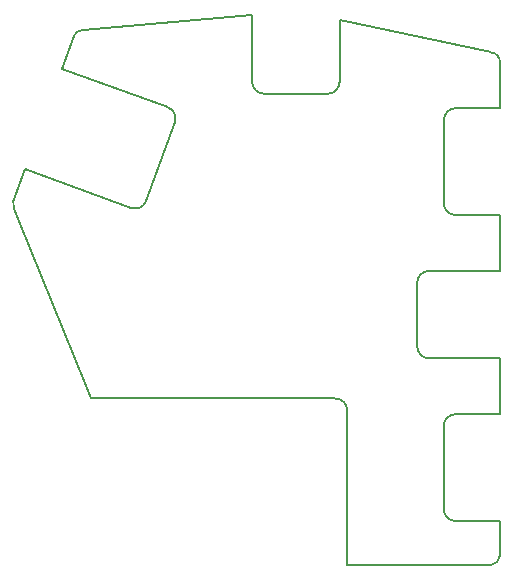
<source format=gbr>
%TF.GenerationSoftware,KiCad,Pcbnew,5.1.6-c6e7f7d~86~ubuntu18.04.1*%
%TF.CreationDate,2021-04-26T01:41:27-07:00*%
%TF.ProjectId,thumb_cluster_left,7468756d-625f-4636-9c75-737465725f6c,rev?*%
%TF.SameCoordinates,Original*%
%TF.FileFunction,Profile,NP*%
%FSLAX46Y46*%
G04 Gerber Fmt 4.6, Leading zero omitted, Abs format (unit mm)*
G04 Created by KiCad (PCBNEW 5.1.6-c6e7f7d~86~ubuntu18.04.1) date 2021-04-26 01:41:27*
%MOMM*%
%LPD*%
G01*
G04 APERTURE LIST*
%TA.AperFunction,Profile*%
%ADD10C,0.200000*%
%TD*%
G04 APERTURE END LIST*
D10*
X174524999Y-91198958D02*
X168524999Y-91198959D01*
X168524998Y-91198960D02*
G75*
G02*
X167524999Y-90198959I1J1000000D01*
G01*
X138431984Y-63932997D02*
X137431575Y-66681598D01*
X137431575Y-66681598D02*
X146405641Y-69947890D01*
X146405641Y-69947892D02*
G75*
G02*
X147003312Y-71229603I-342020J-939691D01*
G01*
X147003312Y-71229603D02*
X144592070Y-77854436D01*
X173787440Y-65302441D02*
X160949999Y-62524504D01*
X160949999Y-62524504D02*
X160949999Y-67800000D01*
X160949997Y-67799999D02*
G75*
G02*
X159950000Y-68799998I-999998J-1D01*
G01*
X159950000Y-68799998D02*
X154549999Y-68800000D01*
X169775001Y-103972918D02*
X169775001Y-96922918D01*
X169774999Y-96922918D02*
G75*
G02*
X170774999Y-95922918I1000000J0D01*
G01*
X170774999Y-95922918D02*
X174525000Y-95922918D01*
X174525000Y-95922918D02*
X174524999Y-91198958D01*
X174524999Y-83798959D02*
X174524999Y-79074999D01*
X167524999Y-90198959D02*
X167524999Y-84798959D01*
X167525000Y-84798959D02*
G75*
G02*
X168525000Y-83798959I1000000J0D01*
G01*
X169774999Y-78074999D02*
X169774999Y-71024999D01*
X169774999Y-71025001D02*
G75*
G02*
X170774999Y-70024999I1000001J1D01*
G01*
X133364529Y-78550252D02*
X139926263Y-94600000D01*
X139926263Y-94600000D02*
X160599999Y-94600000D01*
X160599999Y-94599999D02*
G75*
G02*
X161600000Y-95600000I0J-1000001D01*
G01*
X161600000Y-95600000D02*
X161599999Y-108693369D01*
X161599999Y-108693369D02*
X173724892Y-108697918D01*
X154550000Y-68800000D02*
G75*
G02*
X153549999Y-67799999I0J1000001D01*
G01*
X153549999Y-67799999D02*
X153549999Y-62118895D01*
X153549999Y-62118895D02*
X139188327Y-63406626D01*
X138431984Y-63932996D02*
G75*
G02*
X139188327Y-63406626I751754J-273617D01*
G01*
X170774998Y-79074998D02*
G75*
G02*
X169774999Y-78074999I0J999999D01*
G01*
X168525000Y-83798959D02*
X174524999Y-83798959D01*
X170774999Y-70024999D02*
X174525001Y-70024999D01*
X174525001Y-70024999D02*
X174524999Y-67100390D01*
X174524999Y-67100390D02*
X174521388Y-66175918D01*
X173787440Y-65302441D02*
G75*
G02*
X174521388Y-66175918I-62441J-797558D01*
G01*
X174524999Y-79074999D02*
X170775000Y-79074998D01*
X144592072Y-77854436D02*
G75*
G02*
X143310357Y-78452109I-939694J342021D01*
G01*
X143310357Y-78452109D02*
X134336293Y-75185816D01*
X134336293Y-75185816D02*
X133335884Y-77934417D01*
X133364529Y-78550251D02*
G75*
G02*
X133335884Y-77934417I723109J342218D01*
G01*
X174525001Y-107897919D02*
G75*
G02*
X173724892Y-108697918I-800001J2D01*
G01*
X174525000Y-107897918D02*
X174524999Y-104972918D01*
X174524999Y-104972918D02*
X170775000Y-104972919D01*
X170774999Y-104972916D02*
G75*
G02*
X169775001Y-103972918I0J999998D01*
G01*
M02*

</source>
